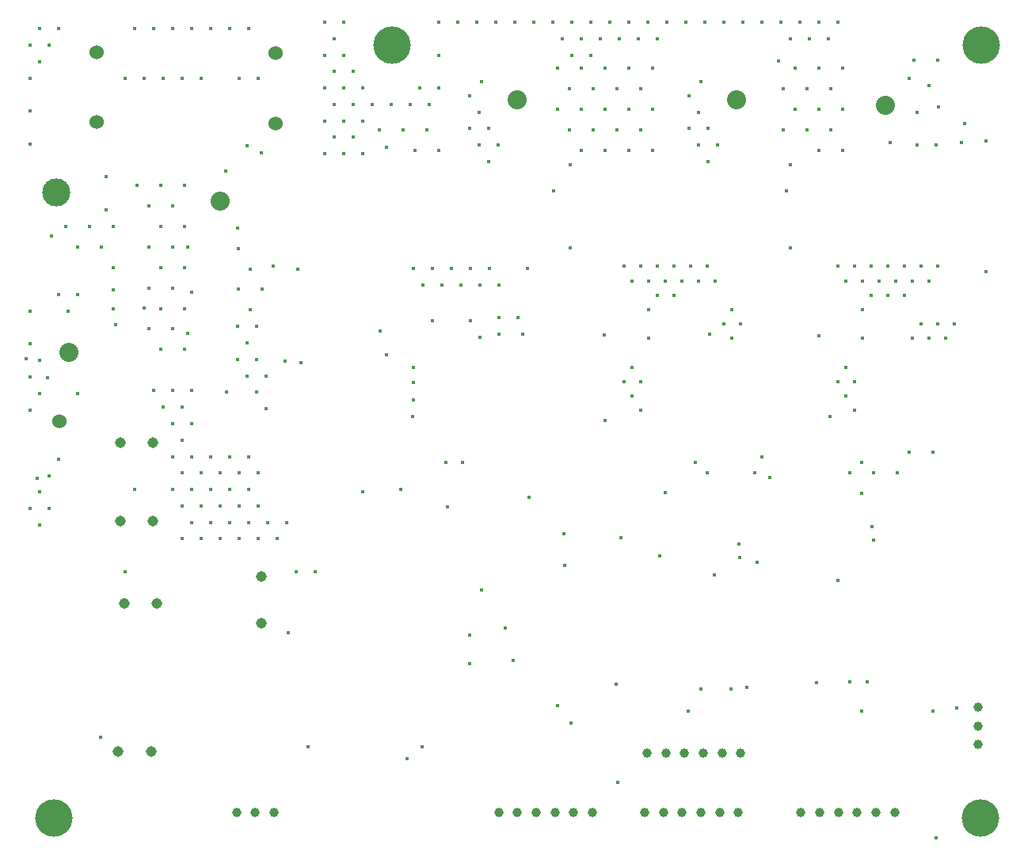
<source format=gbr>
G04 PROTEUS GERBER X2 FILE*
%TF.GenerationSoftware,Labcenter,Proteus,8.7-SP3-Build25561*%
%TF.CreationDate,2021-07-06T20:34:18+00:00*%
%TF.FileFunction,Plated,1,2,PTH*%
%TF.FilePolarity,Positive*%
%TF.Part,Single*%
%TF.SameCoordinates,{87e03e06-012a-4b1c-b44b-99ac6d4646d0}*%
%FSLAX45Y45*%
%MOMM*%
G01*
%TA.AperFunction,MechanicalDrill*%
%ADD148C,0.381000*%
%TA.AperFunction,ViaDrill*%
%ADD149C,0.381000*%
%TA.AperFunction,ComponentDrill*%
%ADD150C,2.032000*%
%ADD151C,3.000000*%
%ADD152C,1.524000*%
%TA.AperFunction,ComponentDrill*%
%ADD153C,1.000000*%
%TA.AperFunction,OtherDrill,Unknown*%
%ADD154C,4.000000*%
%TA.AperFunction,ComponentDrill*%
%ADD155C,1.143000*%
%TD.AperFunction*%
D148*
X+3225800Y+1174750D03*
X+3479800Y+1174750D03*
X+5257800Y+1174750D03*
X+5511800Y+1174750D03*
X+5765800Y+1174750D03*
X+7543800Y+1174750D03*
X+7797800Y+1174750D03*
X+3098800Y+1394720D03*
X+3352800Y+1394720D03*
X+4876800Y+1394720D03*
X+5130800Y+1394720D03*
X+5384800Y+1394720D03*
X+5638800Y+1394720D03*
X+7162800Y+1394720D03*
X+7416800Y+1394720D03*
X+7670800Y+1394720D03*
X+4749800Y+1614690D03*
X+5003800Y+1614690D03*
X+5257800Y+1614690D03*
X+5511800Y+1614690D03*
X+5765800Y+1614690D03*
X+7289800Y+1614690D03*
X+7543800Y+1614690D03*
X+7797800Y+1614690D03*
X+4876800Y+1834660D03*
X+5130800Y+1834660D03*
X+5384800Y+1834660D03*
X+5638800Y+1834660D03*
X+7162800Y+1834660D03*
X+7416800Y+1834660D03*
X+7670800Y+1834660D03*
X+4749800Y+2054630D03*
X+5003800Y+2054630D03*
X+5257800Y+2054630D03*
X+5511800Y+2054630D03*
X+5765800Y+2054630D03*
X+7289800Y+2054630D03*
X+7543800Y+2054630D03*
X+7797800Y+2054630D03*
D149*
X+6375400Y-793750D03*
X+3213100Y-1497654D03*
X+3213100Y-1308100D03*
X+3213100Y-1145702D03*
X+4127500Y-617774D03*
X+4330700Y-617774D03*
X+3314700Y-265822D03*
X+3517900Y-265822D03*
X+3721100Y-265822D03*
X+3924300Y-265822D03*
X+4127500Y-265822D03*
X+3213100Y-89846D03*
X+3416300Y-89846D03*
X+3619500Y-89846D03*
X+3822700Y-89846D03*
X+4025900Y-89846D03*
X+4432300Y-89846D03*
X+4013200Y+1052310D03*
X+3911600Y+1228286D03*
X+4114800Y+1228286D03*
X+3810000Y+1404262D03*
X+4013200Y+1404262D03*
X+3911600Y+1580238D03*
X+3810000Y+1756214D03*
X+3937000Y+1905000D03*
X+8597900Y+1228286D03*
X+8801100Y+1228286D03*
X+8597900Y+1580238D03*
X+8724900Y+1866900D03*
X+6363969Y+1052310D03*
X+6262369Y+1228286D03*
X+6465569Y+1228286D03*
X+6160769Y+1404262D03*
X+6363969Y+1404262D03*
X+6262369Y+1580238D03*
X+6160769Y+1756214D03*
X+6286500Y+1905000D03*
X+7747000Y-3429000D03*
X+6428649Y-3363510D03*
D148*
X+3200400Y-1676400D03*
X+4127500Y-793750D03*
X+4381500Y-793750D03*
X+5003800Y+1174750D03*
D149*
X-134100Y-5105400D03*
X+1870921Y-3983646D03*
D148*
X+1472186Y-535190D03*
X+1345186Y-315220D03*
X+1599186Y-315220D03*
X+1472186Y-95250D03*
X+1345186Y+124720D03*
X+1714500Y-63500D03*
X+1206500Y+952500D03*
X+1587500Y+1143000D03*
X+2844800Y+1394720D03*
X+8305800Y+1257545D03*
X+9067800Y+1257545D03*
X+8509000Y+1943100D03*
X+8559800Y+2137425D03*
X+8813800Y+2137425D03*
D149*
X+2921000Y+1206500D03*
X+4889500Y+1016000D03*
X+4889500Y+127000D03*
X+9334500Y-127000D03*
X+9334500Y+1270000D03*
X+7239000Y+1016000D03*
X+7239000Y+127000D03*
X+4191000Y-3937000D03*
X+7519052Y-4519896D03*
X+7874000Y-4508500D03*
X+3811743Y-4009908D03*
X+3810000Y-4318000D03*
D148*
X+4445000Y-2540000D03*
X+6858000Y-2278425D03*
X+508000Y-958605D03*
X+762000Y-958605D03*
X+381000Y-738635D03*
X+635000Y-738635D03*
X+0Y-518665D03*
X+508000Y-518665D03*
X+762000Y-518665D03*
X+381000Y-298695D03*
X+635000Y-298695D03*
X+0Y-78725D03*
X+508000Y-78725D03*
X+762000Y-78725D03*
X-381000Y+141245D03*
X-127000Y+141245D03*
X+381000Y+141245D03*
X+635000Y+141245D03*
X-508000Y+361215D03*
X-254000Y+361215D03*
X+0Y+361215D03*
X+508000Y+361215D03*
X+762000Y+361215D03*
X+381000Y+581185D03*
X+635000Y+581185D03*
X+254000Y+801155D03*
X+508000Y+801155D03*
X+762000Y+801155D03*
D149*
X+5384021Y-4535575D03*
X+4283159Y-4283011D03*
X+4826045Y-3267760D03*
X+2667000Y-2476500D03*
X+7543800Y-812800D03*
X+8127850Y-2993866D03*
X+8118219Y-2853714D03*
X+5249412Y-804176D03*
X+6696244Y-3035770D03*
X+5257800Y-1714500D03*
X+5905500Y-2489200D03*
X+6883138Y-3230089D03*
X+6698805Y-3180794D03*
X+7664736Y-1676863D03*
D148*
X+8001000Y-2498395D03*
X+6350000Y-2278425D03*
X+7874000Y-2278425D03*
X+8128000Y-2278425D03*
X+8382000Y-2278425D03*
X+8509000Y-2058455D03*
X+8763000Y-2058455D03*
X+1218186Y-1415070D03*
X+1980186Y-95250D03*
X+3924300Y-823914D03*
X+3416300Y-647938D03*
X+3822700Y-647938D03*
D149*
X+7924800Y-1608885D03*
X+7835900Y-1454906D03*
X+7747000Y-1300927D03*
X+7924800Y-1300927D03*
X+7835900Y-1146948D03*
X+8013700Y-838990D03*
X+8547100Y-838990D03*
X+8724900Y-838990D03*
X+8902700Y-838990D03*
X+8636000Y-685011D03*
X+8813800Y-685011D03*
X+8991600Y-685011D03*
X+8013700Y-531032D03*
X+8102600Y-377053D03*
X+8280400Y-377053D03*
X+8458200Y-377053D03*
X+7835900Y-223074D03*
X+8013700Y-223074D03*
X+8191500Y-223074D03*
X+8369300Y-223074D03*
X+8547100Y-223074D03*
X+8724900Y-223074D03*
X+7747000Y-69095D03*
X+7924800Y-69095D03*
X+8102600Y-69095D03*
X+8280400Y-69095D03*
X+8458200Y-69095D03*
X+8636000Y-69095D03*
X+8813800Y-69095D03*
X+5638800Y-1608885D03*
X+5549900Y-1454906D03*
X+5461000Y-1300927D03*
X+5638800Y-1300927D03*
X+5549900Y-1146948D03*
X+5727700Y-838990D03*
X+6616700Y-838990D03*
X+6527800Y-685011D03*
X+6705600Y-685011D03*
X+5727700Y-531032D03*
X+6616700Y-531032D03*
X+5816600Y-377053D03*
X+5994400Y-377053D03*
X+5549900Y-223074D03*
X+5727700Y-223074D03*
X+5905500Y-223074D03*
X+6083300Y-223074D03*
X+6261100Y-223074D03*
X+6438900Y-223074D03*
X+5461000Y-69095D03*
X+5638800Y-69095D03*
X+5816600Y-69095D03*
X+5994400Y-69095D03*
X+6172200Y-69095D03*
X+6350000Y-69095D03*
X+7023100Y-2322420D03*
X+3556000Y-2168441D03*
X+3733800Y-2168441D03*
X+6223000Y-2168441D03*
X+8001000Y-2168441D03*
X+800100Y-782630D03*
X+0Y-320693D03*
X+800100Y+141244D03*
X+4711700Y+738213D03*
X+7200900Y+738213D03*
X+7112000Y+2124024D03*
X+8826500Y+1638300D03*
X+9105900Y+1460500D03*
X+2014205Y-1094840D03*
X+1841500Y-1079500D03*
X+8802625Y-6177544D03*
X+8064500Y-4508500D03*
X+8001000Y-4826000D03*
X+5397500Y-5588000D03*
X+6286500Y-4584700D03*
X+6604000Y-4584700D03*
X+6153231Y-4826944D03*
X+6778656Y-4571579D03*
X+9017000Y-4790567D03*
X+8763000Y-4826000D03*
X+2082800Y-5207000D03*
D148*
X+127000Y-3334134D03*
X+1955800Y-3334134D03*
X+2159000Y-3334134D03*
X+736600Y-2982182D03*
X+939800Y-2982182D03*
X+1143000Y-2982182D03*
X+1346200Y-2982182D03*
X+1549400Y-2982182D03*
X+1752600Y-2982182D03*
X+838200Y-2806206D03*
X+1041400Y-2806206D03*
X+1244600Y-2806206D03*
X+1447800Y-2806206D03*
X+1651000Y-2806206D03*
X+1854200Y-2806206D03*
X+736600Y-2630230D03*
X+939800Y-2630230D03*
X+1143000Y-2630230D03*
X+1346200Y-2630230D03*
X+1549400Y-2630230D03*
X+228600Y-2454254D03*
X+635000Y-2454254D03*
X+838200Y-2454254D03*
X+1041400Y-2454254D03*
X+1244600Y-2454254D03*
X+1447800Y-2454254D03*
X+3073400Y-2454254D03*
X+736600Y-2278278D03*
X+939800Y-2278278D03*
X+1143000Y-2278278D03*
X+1346200Y-2278278D03*
X+1549400Y-2278278D03*
X+635000Y-2102302D03*
X+838200Y-2102302D03*
X+1041400Y-2102302D03*
X+1244600Y-2102302D03*
X+1447800Y-2102302D03*
X+6934200Y-2102302D03*
X+736600Y-1926326D03*
X+635000Y-1750350D03*
X+838200Y-1750350D03*
X+533400Y-1574374D03*
X+736600Y-1574374D03*
X+431800Y-1398398D03*
X+635000Y-1398398D03*
X+838200Y-1398398D03*
X+25400Y-694494D03*
X+330200Y-518518D03*
X+838200Y-342542D03*
X-660400Y+254000D03*
X-76200Y+537338D03*
X-76200Y+889290D03*
X-889000Y+1241242D03*
X-889000Y+1593194D03*
X-889000Y+1945146D03*
X+127000Y+1945146D03*
X+330200Y+1945146D03*
X+533400Y+1945146D03*
X+736600Y+1945146D03*
X+939800Y+1945146D03*
X+1346200Y+1945146D03*
X+1549400Y+1945146D03*
X-787400Y+2121122D03*
X-889000Y+2297098D03*
X-685800Y+2297098D03*
X-787400Y+2473074D03*
X-584200Y+2473074D03*
X+228600Y+2473074D03*
X+431800Y+2473074D03*
X+635000Y+2473074D03*
X+838200Y+2473074D03*
X+1041400Y+2473074D03*
X+1244600Y+2473074D03*
X+1447800Y+2473074D03*
X+2260600Y+1134306D03*
X+2463800Y+1134306D03*
X+2667000Y+1134306D03*
X+2362200Y+1310282D03*
X+2565400Y+1310282D03*
X+2260600Y+1486258D03*
X+2463800Y+1486258D03*
X+2667000Y+1486258D03*
X+2362200Y+1662234D03*
X+2565400Y+1662234D03*
X+2768600Y+1662234D03*
X+2971800Y+1662234D03*
X+3175000Y+1662234D03*
X+3378200Y+1662234D03*
X+2260600Y+1838210D03*
X+2463800Y+1838210D03*
X+2667000Y+1838210D03*
X+3276600Y+1838210D03*
X+3479800Y+1838210D03*
X+2362200Y+2014186D03*
X+2565400Y+2014186D03*
X+2260600Y+2190162D03*
X+2463800Y+2190162D03*
X+3479800Y+2190162D03*
X+4902200Y+2190162D03*
X+5105400Y+2190162D03*
X+2362200Y+2366138D03*
X+4800600Y+2366138D03*
X+5003800Y+2366138D03*
X+5207000Y+2366138D03*
X+5410200Y+2366138D03*
X+5613400Y+2366138D03*
X+5816600Y+2366138D03*
X+7239000Y+2366138D03*
X+7442200Y+2366138D03*
X+7645400Y+2366138D03*
X+2260600Y+2542114D03*
X+2463800Y+2542114D03*
X+3479800Y+2542114D03*
X+3683000Y+2542114D03*
X+3886200Y+2542114D03*
X+4089400Y+2542114D03*
X+4292600Y+2542114D03*
X+4495800Y+2542114D03*
X+4699000Y+2542114D03*
X+4902200Y+2542114D03*
X+5105400Y+2542114D03*
X+5308600Y+2542114D03*
X+5511800Y+2542114D03*
X+5715000Y+2542114D03*
X+5918200Y+2542114D03*
X+6121400Y+2542114D03*
X+6324600Y+2542114D03*
X+6527800Y+2542114D03*
X+6731000Y+2542114D03*
X+6934200Y+2542114D03*
X+7137400Y+2542114D03*
X+7340600Y+2542114D03*
X+7543800Y+2542114D03*
X+7747000Y+2542114D03*
X-787400Y-2834768D03*
X-889000Y-2658792D03*
X-685800Y-2658792D03*
X-787400Y-2482816D03*
X-698500Y-1257300D03*
X-685800Y-2306840D03*
X-812800Y-2336800D03*
X-584200Y-2130864D03*
X-927100Y-1054100D03*
X-889000Y-1602936D03*
X-787400Y-1426960D03*
X-381000Y-1426960D03*
X-889000Y-1250984D03*
X-787400Y-1075008D03*
X-889000Y-899032D03*
X-889000Y-547080D03*
X-482600Y-547080D03*
X-584200Y-371104D03*
X-381000Y-371104D03*
X+1638300Y-1591046D03*
X+1536700Y-1415070D03*
X+1435100Y-1239094D03*
X+1638300Y-1239094D03*
X+1333500Y-1063118D03*
X+1536700Y-1063118D03*
X+1435100Y-887142D03*
X+1333500Y-711166D03*
X+1536700Y-711166D03*
X+1333500Y+344690D03*
X+1435100Y+1224570D03*
D149*
X+3145817Y-5333103D03*
X+4895850Y-4946650D03*
X+3944752Y-3532550D03*
X+5431385Y-2971800D03*
X+2857500Y-762000D03*
X+2921000Y-1016000D03*
X+3576345Y-2643122D03*
X+4818888Y-2925288D03*
X+5842000Y-3162300D03*
X+3302000Y-5207000D03*
X+4752309Y-4765009D03*
D150*
X+4318000Y+1714500D03*
X+6667500Y+1714500D03*
X+8255000Y+1651000D03*
D151*
X-602309Y+718491D03*
D152*
X-571500Y-1727200D03*
D153*
X+9245600Y-5181500D03*
X+9245600Y-4981500D03*
X+9245600Y-4781500D03*
X+8356500Y-5905500D03*
X+8156500Y-5905500D03*
X+7956500Y-5905500D03*
X+7756500Y-5905500D03*
X+7556500Y-5905500D03*
X+7356500Y-5905500D03*
D150*
X-469900Y-990600D03*
X+1146547Y+625845D03*
D152*
X-177800Y+1473200D03*
X-177800Y+2223200D03*
X+1739900Y+1460500D03*
X+1739900Y+2210500D03*
D154*
X+9283700Y+2298700D03*
X+2984500Y+2298700D03*
X+9271000Y-5969000D03*
X-635000Y-5969000D03*
D153*
X+4124500Y-5905500D03*
X+4324500Y-5905500D03*
X+4524500Y-5905500D03*
X+4724500Y-5905500D03*
X+4924500Y-5905500D03*
X+5124500Y-5905500D03*
X+5686500Y-5905500D03*
X+5886500Y-5905500D03*
X+6086500Y-5905500D03*
X+6286500Y-5905500D03*
X+6486500Y-5905500D03*
X+6686500Y-5905500D03*
X+5712000Y-5270500D03*
X+5912000Y-5270500D03*
X+6112000Y-5270500D03*
X+6312000Y-5270500D03*
X+6512000Y-5270500D03*
X+6712000Y-5270500D03*
X+1722731Y-5905500D03*
X+1522731Y-5905500D03*
X+1322731Y-5905500D03*
D155*
X+1587500Y-3886200D03*
X+1587500Y-3386200D03*
X+76200Y-1955800D03*
X+426200Y-1955800D03*
X+76200Y-2794000D03*
X+426200Y-2794000D03*
X+56400Y-5257800D03*
X+406400Y-5257800D03*
X+119900Y-3670300D03*
X+469900Y-3670300D03*
M02*

</source>
